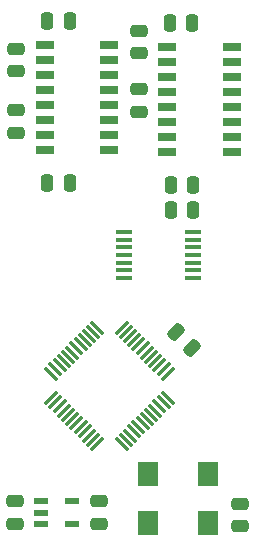
<source format=gtp>
%TF.GenerationSoftware,KiCad,Pcbnew,8.0.7*%
%TF.CreationDate,2025-02-05T16:57:32+02:00*%
%TF.ProjectId,RS232,52533233-322e-46b6-9963-61645f706362,V0*%
%TF.SameCoordinates,Original*%
%TF.FileFunction,Paste,Top*%
%TF.FilePolarity,Positive*%
%FSLAX46Y46*%
G04 Gerber Fmt 4.6, Leading zero omitted, Abs format (unit mm)*
G04 Created by KiCad (PCBNEW 8.0.7) date 2025-02-05 16:57:32*
%MOMM*%
%LPD*%
G01*
G04 APERTURE LIST*
G04 Aperture macros list*
%AMRoundRect*
0 Rectangle with rounded corners*
0 $1 Rounding radius*
0 $2 $3 $4 $5 $6 $7 $8 $9 X,Y pos of 4 corners*
0 Add a 4 corners polygon primitive as box body*
4,1,4,$2,$3,$4,$5,$6,$7,$8,$9,$2,$3,0*
0 Add four circle primitives for the rounded corners*
1,1,$1+$1,$2,$3*
1,1,$1+$1,$4,$5*
1,1,$1+$1,$6,$7*
1,1,$1+$1,$8,$9*
0 Add four rect primitives between the rounded corners*
20,1,$1+$1,$2,$3,$4,$5,0*
20,1,$1+$1,$4,$5,$6,$7,0*
20,1,$1+$1,$6,$7,$8,$9,0*
20,1,$1+$1,$8,$9,$2,$3,0*%
%AMRotRect*
0 Rectangle, with rotation*
0 The origin of the aperture is its center*
0 $1 length*
0 $2 width*
0 $3 Rotation angle, in degrees counterclockwise*
0 Add horizontal line*
21,1,$1,$2,0,0,$3*%
G04 Aperture macros list end*
%ADD10RoundRect,0.250000X0.250000X0.475000X-0.250000X0.475000X-0.250000X-0.475000X0.250000X-0.475000X0*%
%ADD11RoundRect,0.250000X0.475000X-0.250000X0.475000X0.250000X-0.475000X0.250000X-0.475000X-0.250000X0*%
%ADD12R,1.550000X0.650000*%
%ADD13RoundRect,0.250000X-0.475000X0.250000X-0.475000X-0.250000X0.475000X-0.250000X0.475000X0.250000X0*%
%ADD14RoundRect,0.250000X-0.250000X-0.475000X0.250000X-0.475000X0.250000X0.475000X-0.250000X0.475000X0*%
%ADD15RoundRect,0.250000X-0.512652X-0.159099X-0.159099X-0.512652X0.512652X0.159099X0.159099X0.512652X0*%
%ADD16R,1.475000X0.450000*%
%ADD17RotRect,0.279400X1.473200X45.000000*%
%ADD18RotRect,0.279400X1.473200X315.000000*%
%ADD19R,1.800000X2.000000*%
%ADD20R,1.150000X0.600000*%
G04 APERTURE END LIST*
D10*
%TO.C,C10*%
X17238000Y-13208000D03*
X15338000Y-13208000D03*
%TD*%
D11*
%TO.C,C18*%
X9241000Y-41894000D03*
X9241000Y-39994000D03*
%TD*%
D12*
%TO.C,IC1*%
X15055000Y-1524000D03*
X15055000Y-2794000D03*
X15055000Y-4064000D03*
X15055000Y-5334000D03*
X15055000Y-6604000D03*
X15055000Y-7874000D03*
X15055000Y-9144000D03*
X15055000Y-10414000D03*
X20505000Y-10414000D03*
X20505000Y-9144000D03*
X20505000Y-7874000D03*
X20505000Y-6604000D03*
X20505000Y-5334000D03*
X20505000Y-4064000D03*
X20505000Y-2794000D03*
X20505000Y-1524000D03*
%TD*%
D11*
%TO.C,C14*%
X2286000Y-8808000D03*
X2286000Y-6908000D03*
%TD*%
%TO.C,C13*%
X2286000Y-3601000D03*
X2286000Y-1701000D03*
%TD*%
D10*
%TO.C,C1*%
X17253000Y-15348000D03*
X15353000Y-15348000D03*
%TD*%
D13*
%TO.C,C16*%
X21209000Y-40214000D03*
X21209000Y-42114000D03*
%TD*%
D14*
%TO.C,C8*%
X15243000Y526000D03*
X17143000Y526000D03*
%TD*%
D11*
%TO.C,C4*%
X12700000Y-7030000D03*
X12700000Y-5130000D03*
%TD*%
D15*
%TO.C,C15*%
X15793164Y-25674727D03*
X17136667Y-27018230D03*
%TD*%
D10*
%TO.C,C11*%
X6776000Y-13081000D03*
X4876000Y-13081000D03*
%TD*%
D12*
%TO.C,IC3*%
X4699000Y-1397000D03*
X4699000Y-2667000D03*
X4699000Y-3937000D03*
X4699000Y-5207000D03*
X4699000Y-6477000D03*
X4699000Y-7747000D03*
X4699000Y-9017000D03*
X4699000Y-10287000D03*
X10149000Y-10287000D03*
X10149000Y-9017000D03*
X10149000Y-7747000D03*
X10149000Y-6477000D03*
X10149000Y-5207000D03*
X10149000Y-3937000D03*
X10149000Y-2667000D03*
X10149000Y-1397000D03*
%TD*%
D16*
%TO.C,IC5*%
X11394000Y-17208000D03*
X11394000Y-17858000D03*
X11394000Y-18508000D03*
X11394000Y-19158000D03*
X11394000Y-19808000D03*
X11394000Y-20458000D03*
X11394000Y-21108000D03*
X17270000Y-21108000D03*
X17270000Y-20458000D03*
X17270000Y-19808000D03*
X17270000Y-19158000D03*
X17270000Y-18508000D03*
X17270000Y-17858000D03*
X17270000Y-17208000D03*
%TD*%
D17*
%TO.C,IC2*%
X9118290Y-25304820D03*
X8777041Y-25646069D03*
X8417830Y-26005280D03*
X8058620Y-26364490D03*
X7717370Y-26705740D03*
X7358160Y-27064950D03*
X6998950Y-27424160D03*
X6639740Y-27783370D03*
X6298490Y-28124620D03*
X5939280Y-28483830D03*
X5580069Y-28843041D03*
X5238820Y-29184290D03*
D18*
X5238820Y-31267710D03*
X5580069Y-31608959D03*
X5939280Y-31968170D03*
X6298490Y-32327380D03*
X6639740Y-32668630D03*
X6998950Y-33027840D03*
X7358160Y-33387050D03*
X7717370Y-33746260D03*
X8058620Y-34087510D03*
X8417830Y-34446720D03*
X8777041Y-34805931D03*
X9118290Y-35147180D03*
D17*
X11201710Y-35147180D03*
X11542959Y-34805931D03*
X11902170Y-34446720D03*
X12261380Y-34087510D03*
X12602630Y-33746260D03*
X12961840Y-33387050D03*
X13321050Y-33027840D03*
X13680260Y-32668630D03*
X14021510Y-32327380D03*
X14380720Y-31968170D03*
X14739931Y-31608959D03*
X15081180Y-31267710D03*
D18*
X15081180Y-29184290D03*
X14739931Y-28843041D03*
X14380720Y-28483830D03*
X14021510Y-28124620D03*
X13680260Y-27783370D03*
X13321050Y-27424160D03*
X12961840Y-27064950D03*
X12602630Y-26705740D03*
X12261380Y-26364490D03*
X11902170Y-26005280D03*
X11542959Y-25646069D03*
X11201710Y-25304820D03*
%TD*%
D19*
%TO.C,Y1*%
X13462000Y-41851000D03*
X18542000Y-41851000D03*
X18542000Y-37651000D03*
X13462000Y-37651000D03*
%TD*%
D20*
%TO.C,IC4*%
X4385000Y-40010000D03*
X4385000Y-40960000D03*
X4385000Y-41910000D03*
X6985000Y-41910000D03*
X6985000Y-40010000D03*
%TD*%
D11*
%TO.C,C17*%
X2129000Y-41894000D03*
X2129000Y-39994000D03*
%TD*%
%TO.C,C5*%
X12700000Y-2077000D03*
X12700000Y-177000D03*
%TD*%
D14*
%TO.C,C12*%
X4908000Y635000D03*
X6808000Y635000D03*
%TD*%
M02*

</source>
